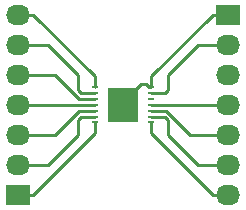
<source format=gbr>
G04 #@! TF.FileFunction,Copper,L1,Top,Signal*
%FSLAX46Y46*%
G04 Gerber Fmt 4.6, Leading zero omitted, Abs format (unit mm)*
G04 Created by KiCad (PCBNEW 4.0.2+e4-6225~38~ubuntu16.04.1-stable) date Mon 01 Aug 2016 04:10:22 PM PDT*
%MOMM*%
G01*
G04 APERTURE LIST*
%ADD10C,0.100000*%
%ADD11R,2.032000X1.727200*%
%ADD12O,2.032000X1.727200*%
%ADD13R,0.600000X0.250000*%
%ADD14R,2.600000X3.000000*%
%ADD15C,0.250000*%
G04 APERTURE END LIST*
D10*
D11*
X154940000Y-92710000D03*
D12*
X154940000Y-95250000D03*
X154940000Y-97790000D03*
X154940000Y-100330000D03*
X154940000Y-102870000D03*
X154940000Y-105410000D03*
X154940000Y-107950000D03*
D11*
X137160000Y-107950000D03*
D12*
X137160000Y-105410000D03*
X137160000Y-102870000D03*
X137160000Y-100330000D03*
X137160000Y-97790000D03*
X137160000Y-95250000D03*
X137160000Y-92710000D03*
D13*
X148450000Y-101830000D03*
X148450000Y-101330000D03*
X148450000Y-100830000D03*
X148450000Y-100330000D03*
X148450000Y-99830000D03*
X148450000Y-99330000D03*
X148450000Y-98830000D03*
X143650000Y-98830000D03*
X143650000Y-99330000D03*
X143650000Y-99830000D03*
X143650000Y-100330000D03*
X143650000Y-100830000D03*
X143650000Y-101330000D03*
X143650000Y-101830000D03*
D14*
X146050000Y-100330000D03*
D15*
X148450000Y-102730000D02*
X153670000Y-107950000D01*
X153670000Y-107950000D02*
X154940000Y-107950000D01*
X148450000Y-101830000D02*
X148450000Y-102730000D01*
X148450000Y-97930000D02*
X153670000Y-92710000D01*
X153670000Y-92710000D02*
X154940000Y-92710000D01*
X148450000Y-98830000D02*
X148450000Y-97930000D01*
X148450000Y-98830000D02*
X148275000Y-98830000D01*
X148275000Y-98830000D02*
X148025000Y-98580000D01*
X148025000Y-98580000D02*
X147600000Y-98580000D01*
X147600000Y-98580000D02*
X146050000Y-100130000D01*
X146050000Y-100130000D02*
X146050000Y-100330000D01*
X152400000Y-95250000D02*
X154940000Y-95250000D01*
X149860000Y-97790000D02*
X152400000Y-95250000D01*
X149860000Y-99060000D02*
X149860000Y-97790000D01*
X149590000Y-99330000D02*
X149860000Y-99060000D01*
X148450000Y-99330000D02*
X149590000Y-99330000D01*
X148450000Y-100330000D02*
X154940000Y-100330000D01*
X148450000Y-100830000D02*
X149726410Y-100830000D01*
X149726410Y-100830000D02*
X151766410Y-102870000D01*
X151766410Y-102870000D02*
X152400000Y-102870000D01*
X152400000Y-102870000D02*
X154940000Y-102870000D01*
X152400000Y-105410000D02*
X154940000Y-105410000D01*
X149860000Y-102870000D02*
X152400000Y-105410000D01*
X149860000Y-101600000D02*
X149860000Y-102870000D01*
X149590000Y-101330000D02*
X149860000Y-101600000D01*
X148450000Y-101330000D02*
X149590000Y-101330000D01*
X143650000Y-102730000D02*
X138430000Y-107950000D01*
X138430000Y-107950000D02*
X137160000Y-107950000D01*
X143650000Y-101830000D02*
X143650000Y-102730000D01*
X142240000Y-102870000D02*
X139700000Y-105410000D01*
X139700000Y-105410000D02*
X137160000Y-105410000D01*
X142240000Y-101600000D02*
X142240000Y-102870000D01*
X142510000Y-101330000D02*
X142240000Y-101600000D01*
X143650000Y-101330000D02*
X142510000Y-101330000D01*
X140333590Y-102870000D02*
X137160000Y-102870000D01*
X143650000Y-100830000D02*
X142373590Y-100830000D01*
X142373590Y-100830000D02*
X140333590Y-102870000D01*
X143650000Y-100330000D02*
X137160000Y-100330000D01*
X143650000Y-99830000D02*
X142373590Y-99830000D01*
X142373590Y-99830000D02*
X140333590Y-97790000D01*
X140333590Y-97790000D02*
X137160000Y-97790000D01*
X142240000Y-97790000D02*
X139700000Y-95250000D01*
X139700000Y-95250000D02*
X137160000Y-95250000D01*
X142240000Y-99060000D02*
X142240000Y-97790000D01*
X142510000Y-99330000D02*
X142240000Y-99060000D01*
X143650000Y-99330000D02*
X142510000Y-99330000D01*
X143650000Y-97930000D02*
X138430000Y-92710000D01*
X138430000Y-92710000D02*
X137160000Y-92710000D01*
X143650000Y-98830000D02*
X143650000Y-97930000D01*
M02*

</source>
